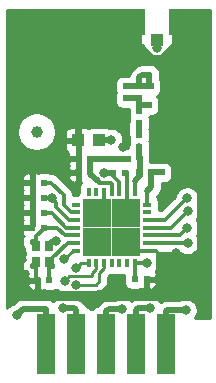
<source format=gbr>
G04 #@! TF.GenerationSoftware,KiCad,Pcbnew,5.1.0-rc1-unknown-9a8afdf~76~ubuntu18.04.1*
G04 #@! TF.CreationDate,2019-02-21T15:29:12+02:00
G04 #@! TF.ProjectId,MOD-LoRa_RevB,4d4f442d-4c6f-4526-915f-526576422e6b,rev?*
G04 #@! TF.SameCoordinates,Original*
G04 #@! TF.FileFunction,Copper,L1,Top*
G04 #@! TF.FilePolarity,Positive*
%FSLAX46Y46*%
G04 Gerber Fmt 4.6, Leading zero omitted, Abs format (unit mm)*
G04 Created by KiCad (PCBNEW 5.1.0-rc1-unknown-9a8afdf~76~ubuntu18.04.1) date 2019-02-21 15:29:12*
%MOMM*%
%LPD*%
G04 APERTURE LIST*
%ADD10C,1.000000*%
%ADD11C,1.200000*%
%ADD12R,2.400000X2.400000*%
%ADD13R,0.325000X0.750000*%
%ADD14R,0.750000X0.325000*%
%ADD15O,2.500000X1.000000*%
%ADD16O,0.800000X20.800000*%
%ADD17O,16.800000X0.800000*%
%ADD18C,0.600000*%
%ADD19R,1.050000X2.200000*%
%ADD20R,1.050000X1.050000*%
%ADD21R,1.016000X1.016000*%
%ADD22R,0.550000X0.500000*%
%ADD23C,0.550000*%
%ADD24R,0.750000X0.850000*%
%ADD25R,0.500000X0.550000*%
%ADD26R,1.524000X5.080000*%
%ADD27C,0.800000*%
%ADD28C,0.355600*%
%ADD29C,0.508000*%
%ADD30C,0.250000*%
%ADD31C,0.254000*%
G04 APERTURE END LIST*
D10*
X121690000Y-100460000D03*
D11*
X129248000Y-109779141D03*
X129248000Y-107379141D03*
X126848000Y-109779141D03*
X126848000Y-107379141D03*
D12*
X129248000Y-109779141D03*
X129248000Y-107379141D03*
X126848000Y-109779141D03*
X126848000Y-107379141D03*
D13*
X126098000Y-105579141D03*
X126748000Y-105579141D03*
X127398000Y-105579141D03*
X128048000Y-105579141D03*
X128698000Y-105579141D03*
X129348000Y-105579141D03*
X129998000Y-105579141D03*
D14*
X131048000Y-106629141D03*
X131048000Y-107279141D03*
X131048000Y-107929141D03*
X131048000Y-108579141D03*
X131048000Y-109229141D03*
X131048000Y-109879141D03*
X131048000Y-110529141D03*
D13*
X129998000Y-111579141D03*
X129348000Y-111579141D03*
X128698000Y-111579141D03*
X128048000Y-111579141D03*
X127398000Y-111579141D03*
X126748000Y-111579141D03*
X126098000Y-111579141D03*
D14*
X125048000Y-110529141D03*
X125048000Y-109879141D03*
X125048000Y-109229141D03*
X125048000Y-108579141D03*
X125048000Y-107929141D03*
X125048000Y-107279141D03*
X125048000Y-106629141D03*
D15*
X127659999Y-114409141D03*
X127659999Y-94409141D03*
D16*
X135659999Y-104409141D03*
X119659999Y-104409141D03*
D17*
X127659999Y-114409141D03*
X127659999Y-94409141D03*
D18*
X131250000Y-95620000D03*
D19*
X130385000Y-91192741D03*
X133385000Y-91192741D03*
D20*
X131885000Y-92692741D03*
D21*
X125211000Y-101180000D03*
X126989000Y-101180000D03*
D22*
X130390000Y-96609000D03*
X130390000Y-97625000D03*
D23*
X121375000Y-111804141D03*
X121375000Y-109754141D03*
X123025000Y-109754141D03*
X123025000Y-111804141D03*
D24*
X121675000Y-111454141D03*
X121675000Y-110104141D03*
X122725000Y-110104141D03*
X122725000Y-111454141D03*
D22*
X130390000Y-98692000D03*
X130390000Y-99708000D03*
D25*
X132300000Y-103900000D03*
X133316000Y-103900000D03*
X129392000Y-102750000D03*
X130408000Y-102750000D03*
X126234141Y-102759000D03*
X125218141Y-102759000D03*
X129208000Y-103930000D03*
X128192000Y-103930000D03*
X130392000Y-103900000D03*
X131408000Y-103900000D03*
X132358000Y-96600000D03*
X131342000Y-96600000D03*
D22*
X129250000Y-97628000D03*
X129250000Y-96612000D03*
D25*
X132208000Y-98200000D03*
X131192000Y-98200000D03*
D22*
X130390000Y-101748000D03*
X130390000Y-100732000D03*
D25*
X126234141Y-103902000D03*
X125218141Y-103902000D03*
X131012800Y-112943541D03*
X129996800Y-112943541D03*
X121310000Y-107330140D03*
X122326000Y-107330140D03*
X121310000Y-104790141D03*
X122326000Y-104790141D03*
X121310000Y-106060141D03*
X122326000Y-106060141D03*
X121310000Y-108579141D03*
X122326000Y-108579141D03*
X121767000Y-113029141D03*
X122783000Y-113029141D03*
D26*
X122522605Y-118420000D03*
X125062605Y-118420000D03*
X127602605Y-118420000D03*
X130142605Y-118420000D03*
X132682605Y-118420000D03*
D27*
X123368848Y-109727717D03*
X132619141Y-99182000D03*
X132619141Y-100182000D03*
X132619141Y-101182000D03*
X127348000Y-96189141D03*
X126348000Y-96189141D03*
X125348000Y-96189141D03*
X124348000Y-96189141D03*
X123348000Y-96189141D03*
X122348000Y-96189141D03*
X121348000Y-96189141D03*
X125007200Y-99683540D03*
X126007200Y-99683540D03*
X121356400Y-98086341D03*
X122356400Y-98086342D03*
X127007200Y-99683541D03*
X123356400Y-98086341D03*
X123304401Y-103393141D03*
X122304400Y-103393141D03*
X121304400Y-103393140D03*
X133502000Y-112695141D03*
X133502000Y-111695141D03*
X133502000Y-110695141D03*
X129020000Y-101750000D03*
X132480000Y-105640000D03*
X133370000Y-104750000D03*
X134580000Y-104750000D03*
X133600000Y-96200000D03*
X120140000Y-108650000D03*
X120140000Y-109920000D03*
X120140000Y-111190000D03*
X120140000Y-112460000D03*
X120140000Y-113730000D03*
X131012800Y-111584641D03*
X122961000Y-106060141D03*
X120000000Y-116000000D03*
X127440000Y-103930002D03*
X128010000Y-101180000D03*
X131880000Y-93370000D03*
X134441800Y-106110941D03*
X134479900Y-107203141D03*
X124041288Y-111255229D03*
X128905000Y-115443000D03*
X134479900Y-109870142D03*
X134302502Y-115570000D03*
X134454500Y-108587441D03*
X131318000Y-115409141D03*
X125069200Y-111957350D03*
X123888500Y-115409141D03*
X125069201Y-113409141D03*
X124077212Y-113084140D03*
D28*
X127397999Y-106829141D02*
X126848000Y-107379141D01*
X127398000Y-105579140D02*
X127397999Y-106829141D01*
X129348001Y-107279141D02*
X129248000Y-107379142D01*
X129348000Y-105579141D02*
X129348001Y-107279141D01*
X123025000Y-109754141D02*
X123342424Y-109754141D01*
X123342424Y-109754141D02*
X123368848Y-109727717D01*
X129998001Y-110529141D02*
X129248000Y-109779140D01*
X131048000Y-110529141D02*
X129998001Y-110529141D01*
X126098001Y-106629141D02*
X126848000Y-107379141D01*
X131778600Y-110529141D02*
X131939900Y-110690441D01*
X131048000Y-110529141D02*
X131778600Y-110529141D01*
X131939900Y-110690441D02*
X131939900Y-112702241D01*
X131698600Y-112943541D02*
X131012800Y-112943542D01*
X131939900Y-112702241D02*
X131698600Y-112943541D01*
X121310000Y-108579141D02*
X121309999Y-107330141D01*
X121309999Y-107330141D02*
X121310000Y-106060141D01*
X121310000Y-106060141D02*
X121310000Y-104790141D01*
X120041000Y-104790141D02*
X119660001Y-104409141D01*
X121310000Y-104790141D02*
X120041000Y-104790141D01*
D29*
X131939900Y-112702241D02*
X132422500Y-112702241D01*
X132422500Y-112702241D02*
X132435200Y-112689541D01*
D30*
X121310000Y-103398741D02*
X121304400Y-103393140D01*
X121310000Y-104790141D02*
X121310000Y-103398741D01*
X123304401Y-103393141D02*
X122304400Y-103393141D01*
X122304400Y-103393141D02*
X121304400Y-103393140D01*
X132429600Y-112695141D02*
X133502000Y-112695141D01*
X132422500Y-112702241D02*
X132429600Y-112695141D01*
D28*
X129348000Y-104070000D02*
X129208000Y-103930000D01*
X129348000Y-105579141D02*
X129348000Y-104070000D01*
D29*
X128232000Y-99700000D02*
X125610000Y-99700000D01*
X125211000Y-100099000D02*
X125211000Y-101180000D01*
X125610000Y-99700000D02*
X125211000Y-100099000D01*
X134758000Y-101967000D02*
X134758000Y-102750000D01*
X134758000Y-99135000D02*
X134758000Y-101967000D01*
X132488000Y-96840000D02*
X132488000Y-96865000D01*
X132488000Y-96865000D02*
X134758000Y-99135000D01*
X128232000Y-96874826D02*
X128232000Y-99700000D01*
X128230000Y-96872826D02*
X128232000Y-96874826D01*
X128232000Y-99700000D02*
X128232000Y-100026202D01*
X130385000Y-92800741D02*
X130380000Y-92805741D01*
X130385000Y-91192741D02*
X130385000Y-92800741D01*
X130380000Y-92805741D02*
X130380000Y-93580000D01*
X133385000Y-92800741D02*
X133380000Y-92805741D01*
X133385000Y-91192741D02*
X133385000Y-92800741D01*
X133385000Y-93128922D02*
X133385000Y-92800741D01*
X132289921Y-94224001D02*
X133385000Y-93128922D01*
X131470079Y-94224001D02*
X132289921Y-94224001D01*
X130380000Y-92805741D02*
X130380000Y-93133922D01*
X130380000Y-93133922D02*
X131470079Y-94224001D01*
X133200000Y-96600000D02*
X133600000Y-96200000D01*
X132358000Y-96600000D02*
X133200000Y-96600000D01*
X128031685Y-96872826D02*
X128230000Y-96872826D01*
X127348000Y-96189141D02*
X128031685Y-96872826D01*
X133316000Y-104696000D02*
X133370000Y-104750000D01*
X133316000Y-103900000D02*
X133316000Y-104696000D01*
D30*
X121675000Y-112937141D02*
X121767000Y-113029141D01*
X121375000Y-111804141D02*
X121375000Y-111754141D01*
D28*
X121675000Y-111454141D02*
X121675000Y-112937141D01*
X123025000Y-111415234D02*
X123025000Y-111804142D01*
X123025000Y-111171540D02*
X123025000Y-111415234D01*
X124317400Y-109879141D02*
X123025000Y-111171540D01*
X125048000Y-109879142D02*
X124317400Y-109879141D01*
X122725000Y-112971141D02*
X122783001Y-113029141D01*
X122725000Y-111454141D02*
X122725000Y-112971141D01*
X121675000Y-109674099D02*
X121675000Y-110104141D01*
X122326000Y-108672541D02*
X122326000Y-108579141D01*
X121675000Y-109323541D02*
X122326000Y-108672541D01*
X121675000Y-110104141D02*
X121675000Y-109323541D01*
X125048000Y-109229141D02*
X124074248Y-109229141D01*
X122931600Y-108579141D02*
X122326000Y-108579141D01*
X123424248Y-108579141D02*
X122931600Y-108579141D01*
X124074248Y-109229141D02*
X123424248Y-108579141D01*
X129996800Y-111580342D02*
X129998000Y-111579142D01*
X129996800Y-112943542D02*
X129996800Y-111580342D01*
X129998000Y-111579142D02*
X131007300Y-111579142D01*
X131007300Y-111579142D02*
X131012800Y-111584641D01*
X122326000Y-106060141D02*
X122961000Y-106060141D01*
X123360999Y-106841140D02*
X123360999Y-106460140D01*
X125048000Y-107929141D02*
X124449000Y-107929141D01*
X123360999Y-106460140D02*
X122961000Y-106060141D01*
X124449000Y-107929141D02*
X123360999Y-106841140D01*
D29*
X122522605Y-115443000D02*
X122522605Y-118420000D01*
X120000000Y-116000000D02*
X120557000Y-115443000D01*
X120557000Y-115443000D02*
X122522605Y-115443000D01*
X127440002Y-103930000D02*
X127440000Y-103930002D01*
X128192000Y-103930000D02*
X127440002Y-103930000D01*
D28*
X128192000Y-104206790D02*
X128192000Y-103930000D01*
X128698000Y-105579141D02*
X128698000Y-104712790D01*
X128698000Y-104712790D02*
X128192000Y-104206790D01*
D29*
X128010000Y-101180000D02*
X126989000Y-101180000D01*
D28*
X124584750Y-107279141D02*
X125048000Y-107279141D01*
X123977001Y-106671392D02*
X124584750Y-107279141D01*
X123977000Y-105835542D02*
X123977001Y-106671392D01*
X122931600Y-104790141D02*
X123977000Y-105835542D01*
X122326000Y-104790141D02*
X122931600Y-104790141D01*
X122961000Y-107330141D02*
X122931600Y-107330141D01*
X122931600Y-107330141D02*
X122326000Y-107330141D01*
X125048000Y-108579141D02*
X124210000Y-108579141D01*
X124210000Y-108579141D02*
X122961000Y-107330141D01*
X131048000Y-105512000D02*
X131048000Y-106629141D01*
D29*
X131408000Y-103900000D02*
X132300000Y-103900000D01*
X131408000Y-105152000D02*
X131048000Y-105512000D01*
X131408000Y-103900000D02*
X131408000Y-105152000D01*
X130353766Y-99744234D02*
X130353766Y-100695766D01*
X130390000Y-100708000D02*
X130353766Y-100744234D01*
X130382000Y-99700000D02*
X130390000Y-99692000D01*
X130387000Y-98628000D02*
X130390000Y-98625000D01*
X130400000Y-97599000D02*
X130390000Y-97609000D01*
X130387000Y-97612000D02*
X130390000Y-97609000D01*
X130399000Y-97600000D02*
X130390000Y-97609000D01*
X129253000Y-97609000D02*
X129250000Y-97612000D01*
X130434000Y-98200000D02*
X130390000Y-98156000D01*
X130390000Y-98156000D02*
X130390000Y-97990000D01*
X131192000Y-98200000D02*
X130434000Y-98200000D01*
X130390000Y-97625000D02*
X130390000Y-97990000D01*
X130390000Y-97990000D02*
X130390000Y-98692000D01*
X129250000Y-97628000D02*
X130387000Y-97628000D01*
D30*
X131880000Y-92697741D02*
X131885000Y-92692741D01*
X131880000Y-93370000D02*
X131880000Y-92697741D01*
D29*
X131248000Y-95622000D02*
X131250000Y-95620000D01*
X131333000Y-96609000D02*
X131342000Y-96600000D01*
X130390000Y-96609000D02*
X131333000Y-96609000D01*
X131250000Y-96508000D02*
X131342000Y-96600000D01*
X131250000Y-95620000D02*
X131250000Y-96508000D01*
X130390000Y-95851000D02*
X130390000Y-96609000D01*
X130621000Y-95620000D02*
X130390000Y-95851000D01*
X131250000Y-95620000D02*
X130621000Y-95620000D01*
X130390000Y-96609000D02*
X129253000Y-96609000D01*
X130353766Y-101695766D02*
X130390000Y-101732000D01*
D28*
X129998000Y-104612000D02*
X129998000Y-105579141D01*
D29*
X130390000Y-104220000D02*
X129998000Y-104612000D01*
X130390000Y-102732000D02*
X130408000Y-102750000D01*
X130390000Y-101748000D02*
X130390000Y-102732000D01*
X130408000Y-104202000D02*
X130390000Y-104220000D01*
X130408000Y-102750000D02*
X130408000Y-104202000D01*
D28*
X131048000Y-107929141D02*
X132602754Y-107929141D01*
X134420954Y-106110941D02*
X134441800Y-106110941D01*
X132602754Y-107929141D02*
X134420954Y-106110941D01*
X131048000Y-108579141D02*
X133103900Y-108579141D01*
X133103900Y-108579141D02*
X134479900Y-107203141D01*
D30*
X125047999Y-110529141D02*
X124767376Y-110529141D01*
X124767376Y-110529141D02*
X124041288Y-111255229D01*
D29*
X127602605Y-115665895D02*
X127602605Y-118420000D01*
X128905000Y-115443000D02*
X127825500Y-115443000D01*
X127825500Y-115443000D02*
X127602605Y-115665895D01*
D28*
X131048001Y-109879141D02*
X134470900Y-109879142D01*
X134470900Y-109879142D02*
X134479900Y-109870142D01*
D29*
X132778500Y-115570000D02*
X134302502Y-115570000D01*
X132682605Y-118420000D02*
X132682605Y-115665895D01*
X132682605Y-115665895D02*
X132778500Y-115570000D01*
D28*
X131048000Y-109229141D02*
X133812800Y-109229141D01*
X133812800Y-109229141D02*
X134454500Y-108587441D01*
D29*
X130291746Y-115409141D02*
X131318000Y-115409141D01*
X130142605Y-118420000D02*
X130142605Y-115558282D01*
X130142605Y-115558282D02*
X130291746Y-115409141D01*
D30*
X126098000Y-111579142D02*
X125447409Y-111579141D01*
X125447409Y-111579141D02*
X125069200Y-111957350D01*
D29*
X125031500Y-118388895D02*
X125062605Y-118420000D01*
X123888500Y-115409141D02*
X124870641Y-115409141D01*
X125031500Y-115570000D02*
X125031500Y-118388895D01*
X124870641Y-115409141D02*
X125031500Y-115570000D01*
D30*
X126686400Y-113409141D02*
X125069201Y-113409141D01*
X126999600Y-113095941D02*
X126686400Y-113409141D01*
X126999600Y-112429338D02*
X126999600Y-113095941D01*
X127397999Y-111579141D02*
X127397999Y-112030939D01*
X127397999Y-112030939D02*
X126999600Y-112429338D01*
X126346391Y-112682350D02*
X124479003Y-112682350D01*
X126748000Y-111579142D02*
X126748000Y-112044530D01*
X124479003Y-112682350D02*
X124077212Y-113084140D01*
X126346392Y-112446138D02*
X126346391Y-112682350D01*
X126748000Y-112044530D02*
X126346392Y-112446138D01*
D28*
X128048000Y-104848541D02*
X127967261Y-104767802D01*
X126998618Y-104767802D02*
X126895199Y-104664383D01*
X127967261Y-104767802D02*
X126998618Y-104767802D01*
X128048000Y-105579141D02*
X128048000Y-104848541D01*
D29*
X126234141Y-104003325D02*
X126895199Y-104664383D01*
X126234141Y-103902000D02*
X126234141Y-104003325D01*
X126234141Y-102759000D02*
X126234141Y-103902000D01*
X126243141Y-102750000D02*
X126234141Y-102759000D01*
X129392000Y-102750000D02*
X126243141Y-102750000D01*
D31*
G36*
X130213000Y-92960000D02*
G01*
X130215363Y-92984386D01*
X130222516Y-93008233D01*
X130234183Y-93030226D01*
X130249916Y-93049521D01*
X130269112Y-93065375D01*
X130291032Y-93077180D01*
X130314833Y-93084481D01*
X130339602Y-93086999D01*
X130721928Y-93088198D01*
X130721928Y-93217741D01*
X130734188Y-93342223D01*
X130770498Y-93461921D01*
X130829463Y-93572235D01*
X130876303Y-93629310D01*
X130884774Y-93671898D01*
X130962795Y-93860256D01*
X131076063Y-94029774D01*
X131220226Y-94173937D01*
X131389744Y-94287205D01*
X131578102Y-94365226D01*
X131778061Y-94405000D01*
X131981939Y-94405000D01*
X132181898Y-94365226D01*
X132370256Y-94287205D01*
X132539774Y-94173937D01*
X132683937Y-94029774D01*
X132797205Y-93860256D01*
X132875226Y-93671898D01*
X132880498Y-93645393D01*
X132940537Y-93572235D01*
X132999502Y-93461921D01*
X133035812Y-93342223D01*
X133048072Y-93217741D01*
X133048072Y-93095490D01*
X133529602Y-93096999D01*
X133554414Y-93094631D01*
X133578260Y-93087473D01*
X133600250Y-93075801D01*
X133619541Y-93060063D01*
X133635391Y-93040864D01*
X133647191Y-93018942D01*
X133654487Y-92995138D01*
X133656999Y-92970369D01*
X133665169Y-90160000D01*
X136340001Y-90160000D01*
X136340000Y-116193923D01*
X135133960Y-116188586D01*
X135219707Y-116060256D01*
X135297728Y-115871898D01*
X135337502Y-115671939D01*
X135337502Y-115468061D01*
X135297728Y-115268102D01*
X135219707Y-115079744D01*
X135106439Y-114910226D01*
X134962276Y-114766063D01*
X134792758Y-114652795D01*
X134604400Y-114574774D01*
X134404441Y-114535000D01*
X134200563Y-114535000D01*
X134000604Y-114574774D01*
X133812246Y-114652795D01*
X133770034Y-114681000D01*
X132822159Y-114681000D01*
X132778499Y-114676700D01*
X132734839Y-114681000D01*
X132734833Y-114681000D01*
X132604226Y-114693864D01*
X132436649Y-114744697D01*
X132282209Y-114827247D01*
X132212306Y-114884615D01*
X132121937Y-114749367D01*
X131977774Y-114605204D01*
X131808256Y-114491936D01*
X131619898Y-114413915D01*
X131419939Y-114374141D01*
X131216061Y-114374141D01*
X131016102Y-114413915D01*
X130827744Y-114491936D01*
X130785532Y-114520141D01*
X130335405Y-114520141D01*
X130291745Y-114515841D01*
X130248085Y-114520141D01*
X130248079Y-114520141D01*
X130135819Y-114531198D01*
X130117471Y-114533005D01*
X130066638Y-114548425D01*
X129949895Y-114583838D01*
X129795455Y-114666388D01*
X129683763Y-114758052D01*
X129564774Y-114639063D01*
X129395256Y-114525795D01*
X129206898Y-114447774D01*
X129006939Y-114408000D01*
X128803061Y-114408000D01*
X128603102Y-114447774D01*
X128414744Y-114525795D01*
X128372532Y-114554000D01*
X127869159Y-114554000D01*
X127825499Y-114549700D01*
X127781839Y-114554000D01*
X127781833Y-114554000D01*
X127684424Y-114563594D01*
X127651224Y-114566864D01*
X127573220Y-114590526D01*
X127483649Y-114617697D01*
X127329209Y-114700247D01*
X127193841Y-114811341D01*
X127166001Y-114845264D01*
X127004869Y-115006396D01*
X126970946Y-115034236D01*
X126859852Y-115169605D01*
X126820116Y-115243946D01*
X126716123Y-115254188D01*
X126596425Y-115290498D01*
X126486111Y-115349463D01*
X126389420Y-115428815D01*
X126332605Y-115498044D01*
X126275790Y-115428815D01*
X126179099Y-115349463D01*
X126068785Y-115290498D01*
X125949087Y-115254188D01*
X125862103Y-115245621D01*
X125856803Y-115228149D01*
X125774253Y-115073709D01*
X125663159Y-114938341D01*
X125629237Y-114910502D01*
X125530140Y-114811405D01*
X125502300Y-114777482D01*
X125366932Y-114666388D01*
X125212492Y-114583838D01*
X125044915Y-114533005D01*
X124914308Y-114520141D01*
X124914301Y-114520141D01*
X124870641Y-114515841D01*
X124826981Y-114520141D01*
X124420968Y-114520141D01*
X124378756Y-114491936D01*
X124190398Y-114413915D01*
X123990439Y-114374141D01*
X123786561Y-114374141D01*
X123586602Y-114413915D01*
X123398244Y-114491936D01*
X123228726Y-114605204D01*
X123084563Y-114749367D01*
X123082504Y-114752449D01*
X123018896Y-114700247D01*
X122864456Y-114617697D01*
X122696879Y-114566864D01*
X122566272Y-114554000D01*
X122522605Y-114549699D01*
X122478938Y-114554000D01*
X120600660Y-114554000D01*
X120557000Y-114549700D01*
X120513340Y-114554000D01*
X120513333Y-114554000D01*
X120399325Y-114565229D01*
X120382725Y-114566864D01*
X120326769Y-114583838D01*
X120215149Y-114617697D01*
X120060709Y-114700247D01*
X119925341Y-114811341D01*
X119897501Y-114845264D01*
X119747895Y-114994870D01*
X119698102Y-115004774D01*
X119509744Y-115082795D01*
X119340226Y-115196063D01*
X119196063Y-115340226D01*
X119160000Y-115394198D01*
X119160000Y-113314891D01*
X120882000Y-113314891D01*
X120882000Y-113366683D01*
X120906403Y-113489364D01*
X120954270Y-113604926D01*
X121023763Y-113708930D01*
X121112211Y-113797378D01*
X121216215Y-113866871D01*
X121331777Y-113914738D01*
X121454458Y-113939141D01*
X121483250Y-113939141D01*
X121642000Y-113780391D01*
X121642000Y-113156141D01*
X121040750Y-113156141D01*
X120882000Y-113314891D01*
X119160000Y-113314891D01*
X119160000Y-108864891D01*
X120425000Y-108864891D01*
X120425000Y-108916683D01*
X120449403Y-109039364D01*
X120497270Y-109154926D01*
X120566763Y-109258930D01*
X120593546Y-109285713D01*
X120568569Y-109323094D01*
X120499971Y-109488704D01*
X120465000Y-109664514D01*
X120465000Y-109843768D01*
X120499971Y-110019578D01*
X120568569Y-110185188D01*
X120661928Y-110324910D01*
X120661928Y-110529141D01*
X120674188Y-110653623D01*
X120710498Y-110773321D01*
X120715088Y-110781908D01*
X120689403Y-110843918D01*
X120665000Y-110966599D01*
X120665000Y-111168391D01*
X120691729Y-111195120D01*
X120639050Y-111247799D01*
X120718390Y-111327139D01*
X120665000Y-111327139D01*
X120665000Y-111370846D01*
X120567753Y-111374622D01*
X120499470Y-111540361D01*
X120464831Y-111716237D01*
X120465171Y-111895491D01*
X120500474Y-112071235D01*
X120567753Y-112233660D01*
X120758471Y-112241065D01*
X120770251Y-112229285D01*
X120806763Y-112283930D01*
X120895211Y-112372378D01*
X120949856Y-112408890D01*
X120938076Y-112420670D01*
X120940624Y-112486300D01*
X120906403Y-112568918D01*
X120882000Y-112691599D01*
X120882000Y-112743391D01*
X121040750Y-112902141D01*
X121642000Y-112902141D01*
X121642000Y-112882141D01*
X121892000Y-112882141D01*
X121892000Y-112902141D01*
X121894928Y-112902141D01*
X121894928Y-113156141D01*
X121892000Y-113156141D01*
X121892000Y-113780391D01*
X122050750Y-113939141D01*
X122079542Y-113939141D01*
X122202223Y-113914738D01*
X122273247Y-113885319D01*
X122288820Y-113893643D01*
X122408518Y-113929953D01*
X122533000Y-113942213D01*
X123033000Y-113942213D01*
X123157482Y-113929953D01*
X123277180Y-113893643D01*
X123372209Y-113842848D01*
X123417438Y-113888077D01*
X123586956Y-114001345D01*
X123775314Y-114079366D01*
X123975273Y-114119140D01*
X124179151Y-114119140D01*
X124292869Y-114096520D01*
X124409427Y-114213078D01*
X124578945Y-114326346D01*
X124767303Y-114404367D01*
X124967262Y-114444141D01*
X125171140Y-114444141D01*
X125371099Y-114404367D01*
X125559457Y-114326346D01*
X125728975Y-114213078D01*
X125772912Y-114169141D01*
X126649078Y-114169141D01*
X126686400Y-114172817D01*
X126723722Y-114169141D01*
X126723733Y-114169141D01*
X126835386Y-114158144D01*
X126978647Y-114114687D01*
X127110676Y-114044115D01*
X127226401Y-113949142D01*
X127250204Y-113920138D01*
X127510597Y-113659745D01*
X127539601Y-113635942D01*
X127634574Y-113520217D01*
X127705146Y-113388188D01*
X127748603Y-113244927D01*
X127759600Y-113133274D01*
X127759600Y-113133266D01*
X127763276Y-113095941D01*
X127759600Y-113058616D01*
X127759600Y-112744139D01*
X127908996Y-112594743D01*
X127912079Y-112592213D01*
X128210500Y-112592213D01*
X128334982Y-112579953D01*
X128373000Y-112568420D01*
X128411018Y-112579953D01*
X128535500Y-112592213D01*
X128860500Y-112592213D01*
X128984982Y-112579953D01*
X129023000Y-112568420D01*
X129061018Y-112579953D01*
X129116911Y-112585458D01*
X129108728Y-112668541D01*
X129108728Y-113218541D01*
X129120988Y-113343023D01*
X129157298Y-113462721D01*
X129216263Y-113573035D01*
X129295615Y-113669726D01*
X129392306Y-113749078D01*
X129502620Y-113808043D01*
X129622318Y-113844353D01*
X129746800Y-113856613D01*
X130246800Y-113856613D01*
X130371282Y-113844353D01*
X130490980Y-113808043D01*
X130506553Y-113799719D01*
X130577577Y-113829138D01*
X130700258Y-113853541D01*
X130729050Y-113853541D01*
X130887800Y-113694791D01*
X130887800Y-113070541D01*
X131137800Y-113070541D01*
X131137800Y-113694791D01*
X131296550Y-113853541D01*
X131325342Y-113853541D01*
X131448023Y-113829138D01*
X131563585Y-113781271D01*
X131667589Y-113711778D01*
X131756037Y-113623330D01*
X131825530Y-113519326D01*
X131873397Y-113403764D01*
X131897800Y-113281083D01*
X131897800Y-113229291D01*
X131739050Y-113070541D01*
X131137800Y-113070541D01*
X130887800Y-113070541D01*
X130884872Y-113070541D01*
X130884872Y-112816541D01*
X130887800Y-112816541D01*
X130887800Y-112796541D01*
X131137800Y-112796541D01*
X131137800Y-112816541D01*
X131739050Y-112816541D01*
X131897800Y-112657791D01*
X131897800Y-112605999D01*
X131873397Y-112483318D01*
X131825530Y-112367756D01*
X131772605Y-112288547D01*
X131816737Y-112244415D01*
X131930005Y-112074897D01*
X132008026Y-111886539D01*
X132047800Y-111686580D01*
X132047800Y-111482702D01*
X132008026Y-111282743D01*
X131930005Y-111094385D01*
X131923804Y-111085105D01*
X131985730Y-110992426D01*
X132033597Y-110876864D01*
X132055518Y-110766659D01*
X132058000Y-110769141D01*
X132058000Y-110754183D01*
X132055518Y-110766659D01*
X131980800Y-110691941D01*
X133846859Y-110691942D01*
X133989644Y-110787347D01*
X134178002Y-110865368D01*
X134377961Y-110905142D01*
X134581839Y-110905142D01*
X134781798Y-110865368D01*
X134970156Y-110787347D01*
X135139674Y-110674079D01*
X135283837Y-110529916D01*
X135397105Y-110360398D01*
X135475126Y-110172040D01*
X135514900Y-109972081D01*
X135514900Y-109768203D01*
X135475126Y-109568244D01*
X135397105Y-109379886D01*
X135283837Y-109210368D01*
X135283370Y-109209901D01*
X135371705Y-109077697D01*
X135449726Y-108889339D01*
X135489500Y-108689380D01*
X135489500Y-108485502D01*
X135449726Y-108285543D01*
X135371705Y-108097185D01*
X135258437Y-107927667D01*
X135238761Y-107907991D01*
X135283837Y-107862915D01*
X135397105Y-107693397D01*
X135475126Y-107505039D01*
X135514900Y-107305080D01*
X135514900Y-107101202D01*
X135475126Y-106901243D01*
X135397105Y-106712885D01*
X135340741Y-106628531D01*
X135359005Y-106601197D01*
X135437026Y-106412839D01*
X135476800Y-106212880D01*
X135476800Y-106009002D01*
X135437026Y-105809043D01*
X135359005Y-105620685D01*
X135245737Y-105451167D01*
X135101574Y-105307004D01*
X134932056Y-105193736D01*
X134743698Y-105115715D01*
X134543739Y-105075941D01*
X134339861Y-105075941D01*
X134139902Y-105115715D01*
X133951544Y-105193736D01*
X133782026Y-105307004D01*
X133637863Y-105451167D01*
X133524595Y-105620685D01*
X133446574Y-105809043D01*
X133415088Y-105967334D01*
X132266082Y-107116341D01*
X132061042Y-107116341D01*
X132048812Y-106992159D01*
X132037279Y-106954141D01*
X132048812Y-106916123D01*
X132061072Y-106791641D01*
X132061072Y-106466641D01*
X132048812Y-106342159D01*
X132012502Y-106222461D01*
X131953537Y-106112147D01*
X131874185Y-106015456D01*
X131860800Y-106004471D01*
X131860800Y-105956435D01*
X132005736Y-105811499D01*
X132039659Y-105783659D01*
X132150753Y-105648291D01*
X132233303Y-105493851D01*
X132275004Y-105356379D01*
X132284136Y-105326275D01*
X132291195Y-105254604D01*
X132297000Y-105195667D01*
X132297000Y-105195660D01*
X132301300Y-105152000D01*
X132297000Y-105108340D01*
X132297000Y-104813072D01*
X132550000Y-104813072D01*
X132674482Y-104800812D01*
X132794180Y-104764502D01*
X132904494Y-104705537D01*
X133001185Y-104626185D01*
X133080537Y-104529494D01*
X133139502Y-104419180D01*
X133175812Y-104299482D01*
X133188072Y-104175000D01*
X133188072Y-103953089D01*
X133193301Y-103900000D01*
X133188072Y-103846911D01*
X133188072Y-103625000D01*
X133175812Y-103500518D01*
X133139502Y-103380820D01*
X133080537Y-103270506D01*
X133001185Y-103173815D01*
X132904494Y-103094463D01*
X132794180Y-103035498D01*
X132674482Y-102999188D01*
X132550000Y-102986928D01*
X132050000Y-102986928D01*
X131925518Y-102999188D01*
X131886579Y-103011000D01*
X131821421Y-103011000D01*
X131782482Y-102999188D01*
X131658000Y-102986928D01*
X131297000Y-102986928D01*
X131297000Y-102793660D01*
X131301300Y-102750000D01*
X131297000Y-102706340D01*
X131297000Y-102706333D01*
X131296072Y-102696911D01*
X131296072Y-102475000D01*
X131283812Y-102350518D01*
X131279000Y-102334655D01*
X131279000Y-102161421D01*
X131290812Y-102122482D01*
X131303072Y-101998000D01*
X131303072Y-101498000D01*
X131290812Y-101373518D01*
X131254502Y-101253820D01*
X131247115Y-101240000D01*
X131254502Y-101226180D01*
X131290812Y-101106482D01*
X131303072Y-100982000D01*
X131303072Y-100482000D01*
X131290812Y-100357518D01*
X131254502Y-100237820D01*
X131244977Y-100220000D01*
X131254502Y-100202180D01*
X131290812Y-100082482D01*
X131303072Y-99958000D01*
X131303072Y-99458000D01*
X131290812Y-99333518D01*
X131254502Y-99213820D01*
X131247115Y-99200000D01*
X131254502Y-99186180D01*
X131276679Y-99113072D01*
X131442000Y-99113072D01*
X131566482Y-99100812D01*
X131686180Y-99064502D01*
X131796494Y-99005537D01*
X131893185Y-98926185D01*
X131972537Y-98829494D01*
X132031502Y-98719180D01*
X132067812Y-98599482D01*
X132080072Y-98475000D01*
X132080072Y-98253089D01*
X132085301Y-98200000D01*
X132080072Y-98146911D01*
X132080072Y-97925000D01*
X132067812Y-97800518D01*
X132031502Y-97680820D01*
X131972537Y-97570506D01*
X131893185Y-97473815D01*
X131863829Y-97449723D01*
X131946494Y-97405537D01*
X132043185Y-97326185D01*
X132122537Y-97229494D01*
X132181502Y-97119180D01*
X132217812Y-96999482D01*
X132230072Y-96875000D01*
X132230072Y-96653083D01*
X132235300Y-96600000D01*
X132230072Y-96546918D01*
X132230072Y-96325000D01*
X132217812Y-96200518D01*
X132181502Y-96080820D01*
X132139000Y-96001306D01*
X132139000Y-95917036D01*
X132149068Y-95892729D01*
X132185000Y-95712089D01*
X132185000Y-95527911D01*
X132149068Y-95347271D01*
X132078586Y-95177111D01*
X131976262Y-95023972D01*
X131846028Y-94893738D01*
X131692889Y-94791414D01*
X131522729Y-94720932D01*
X131342089Y-94685000D01*
X131157911Y-94685000D01*
X130977271Y-94720932D01*
X130952964Y-94731000D01*
X130664659Y-94731000D01*
X130620999Y-94726700D01*
X130577339Y-94731000D01*
X130577333Y-94731000D01*
X130479924Y-94740594D01*
X130446724Y-94743864D01*
X130368720Y-94767526D01*
X130279149Y-94794697D01*
X130124709Y-94877247D01*
X129989341Y-94988341D01*
X129961498Y-95022268D01*
X129792265Y-95191500D01*
X129758341Y-95219341D01*
X129647247Y-95354710D01*
X129564697Y-95509150D01*
X129513864Y-95676727D01*
X129509602Y-95720000D01*
X129209333Y-95720000D01*
X129169452Y-95723928D01*
X128975000Y-95723928D01*
X128850518Y-95736188D01*
X128730820Y-95772498D01*
X128620506Y-95831463D01*
X128523815Y-95910815D01*
X128444463Y-96007506D01*
X128385498Y-96117820D01*
X128349188Y-96237518D01*
X128336928Y-96362000D01*
X128336928Y-96862000D01*
X128349188Y-96986482D01*
X128385498Y-97106180D01*
X128392885Y-97120000D01*
X128385498Y-97133820D01*
X128349188Y-97253518D01*
X128336928Y-97378000D01*
X128336928Y-97878000D01*
X128349188Y-98002482D01*
X128385498Y-98122180D01*
X128444463Y-98232494D01*
X128523815Y-98329185D01*
X128620506Y-98408537D01*
X128730820Y-98467502D01*
X128850518Y-98503812D01*
X128975000Y-98516072D01*
X129196911Y-98516072D01*
X129206333Y-98517000D01*
X129476928Y-98517000D01*
X129476928Y-98942000D01*
X129489188Y-99066482D01*
X129525498Y-99186180D01*
X129532885Y-99200000D01*
X129525498Y-99213820D01*
X129489188Y-99333518D01*
X129476928Y-99458000D01*
X129476928Y-99577088D01*
X129464766Y-99700568D01*
X129464767Y-100700564D01*
X129460466Y-100744234D01*
X129476928Y-100911380D01*
X129476928Y-100982000D01*
X129489188Y-101106482D01*
X129525498Y-101226180D01*
X129532885Y-101240000D01*
X129525498Y-101253820D01*
X129489188Y-101373518D01*
X129476928Y-101498000D01*
X129476928Y-101528620D01*
X129460466Y-101695766D01*
X129474369Y-101836928D01*
X129142000Y-101836928D01*
X129017518Y-101849188D01*
X128978579Y-101861000D01*
X128792711Y-101861000D01*
X128813937Y-101839774D01*
X128927205Y-101670256D01*
X129005226Y-101481898D01*
X129045000Y-101281939D01*
X129045000Y-101078061D01*
X129005226Y-100878102D01*
X128927205Y-100689744D01*
X128813937Y-100520226D01*
X128669774Y-100376063D01*
X128500256Y-100262795D01*
X128311898Y-100184774D01*
X128111939Y-100145000D01*
X127908061Y-100145000D01*
X127865999Y-100153367D01*
X127851494Y-100141463D01*
X127741180Y-100082498D01*
X127621482Y-100046188D01*
X127497000Y-100033928D01*
X126481000Y-100033928D01*
X126356518Y-100046188D01*
X126236820Y-100082498D01*
X126126506Y-100141463D01*
X126100234Y-100163024D01*
X126019785Y-100109270D01*
X125904223Y-100061403D01*
X125781542Y-100037000D01*
X125496750Y-100037000D01*
X125338000Y-100195750D01*
X125338000Y-101053000D01*
X125358000Y-101053000D01*
X125358000Y-101307000D01*
X125338000Y-101307000D01*
X125338000Y-102164250D01*
X125343141Y-102169391D01*
X125343141Y-102632000D01*
X125346069Y-102632000D01*
X125346069Y-102705912D01*
X125345141Y-102715334D01*
X125345141Y-102715340D01*
X125340841Y-102759000D01*
X125345141Y-102802661D01*
X125345141Y-102886000D01*
X125343141Y-102886000D01*
X125343141Y-103775000D01*
X125345142Y-103775000D01*
X125345142Y-103858325D01*
X125345141Y-103858334D01*
X125345141Y-103959665D01*
X125340841Y-104003325D01*
X125343370Y-104029000D01*
X125343141Y-104029000D01*
X125343141Y-104653250D01*
X125465623Y-104775732D01*
X125404963Y-104849647D01*
X125345998Y-104959961D01*
X125309688Y-105079659D01*
X125297428Y-105204141D01*
X125297428Y-105649677D01*
X125243211Y-105685904D01*
X125154763Y-105774352D01*
X125118536Y-105828569D01*
X124793045Y-105828569D01*
X124778039Y-105676206D01*
X124731562Y-105522992D01*
X124656088Y-105381790D01*
X124579966Y-105289036D01*
X124554516Y-105258025D01*
X124523505Y-105232575D01*
X123534576Y-104243646D01*
X123509117Y-104212624D01*
X123478808Y-104187750D01*
X124333141Y-104187750D01*
X124333141Y-104239542D01*
X124357544Y-104362223D01*
X124405411Y-104477785D01*
X124474904Y-104581789D01*
X124563352Y-104670237D01*
X124667356Y-104739730D01*
X124782918Y-104787597D01*
X124905599Y-104812000D01*
X124934391Y-104812000D01*
X125093141Y-104653250D01*
X125093141Y-104029000D01*
X124491891Y-104029000D01*
X124333141Y-104187750D01*
X123478808Y-104187750D01*
X123385352Y-104111053D01*
X123244150Y-104035579D01*
X123090937Y-103989102D01*
X122971523Y-103977341D01*
X122971520Y-103977341D01*
X122931600Y-103973409D01*
X122912981Y-103975243D01*
X122820180Y-103925639D01*
X122700482Y-103889329D01*
X122576000Y-103877069D01*
X122076000Y-103877069D01*
X121951518Y-103889329D01*
X121831820Y-103925639D01*
X121816247Y-103933963D01*
X121745223Y-103904544D01*
X121622542Y-103880141D01*
X121593750Y-103880141D01*
X121435000Y-104038891D01*
X121435000Y-104663141D01*
X121437928Y-104663141D01*
X121437928Y-104917141D01*
X121435000Y-104917141D01*
X121435000Y-105933141D01*
X121437928Y-105933141D01*
X121437928Y-106187141D01*
X121435000Y-106187141D01*
X121435000Y-107203140D01*
X121437928Y-107203140D01*
X121437928Y-107457140D01*
X121435000Y-107457140D01*
X121435000Y-108414068D01*
X121142928Y-108706141D01*
X120583750Y-108706141D01*
X120425000Y-108864891D01*
X119160000Y-108864891D01*
X119160000Y-107615890D01*
X120425000Y-107615890D01*
X120425000Y-107667682D01*
X120449403Y-107790363D01*
X120497270Y-107905925D01*
X120529821Y-107954641D01*
X120497270Y-108003356D01*
X120449403Y-108118918D01*
X120425000Y-108241599D01*
X120425000Y-108293391D01*
X120583750Y-108452141D01*
X121185000Y-108452141D01*
X121185000Y-107457140D01*
X120583750Y-107457140D01*
X120425000Y-107615890D01*
X119160000Y-107615890D01*
X119160000Y-106345891D01*
X120425000Y-106345891D01*
X120425000Y-106397683D01*
X120449403Y-106520364D01*
X120497270Y-106635926D01*
X120536836Y-106695141D01*
X120497270Y-106754355D01*
X120449403Y-106869917D01*
X120425000Y-106992598D01*
X120425000Y-107044390D01*
X120583750Y-107203140D01*
X121185000Y-107203140D01*
X121185000Y-106187141D01*
X120583750Y-106187141D01*
X120425000Y-106345891D01*
X119160000Y-106345891D01*
X119160000Y-105075891D01*
X120425000Y-105075891D01*
X120425000Y-105127683D01*
X120449403Y-105250364D01*
X120497270Y-105365926D01*
X120536836Y-105425141D01*
X120497270Y-105484356D01*
X120449403Y-105599918D01*
X120425000Y-105722599D01*
X120425000Y-105774391D01*
X120583750Y-105933141D01*
X121185000Y-105933141D01*
X121185000Y-104917141D01*
X120583750Y-104917141D01*
X120425000Y-105075891D01*
X119160000Y-105075891D01*
X119160000Y-104452599D01*
X120425000Y-104452599D01*
X120425000Y-104504391D01*
X120583750Y-104663141D01*
X121185000Y-104663141D01*
X121185000Y-104038891D01*
X121026250Y-103880141D01*
X120997458Y-103880141D01*
X120874777Y-103904544D01*
X120759215Y-103952411D01*
X120655211Y-104021904D01*
X120566763Y-104110352D01*
X120497270Y-104214356D01*
X120449403Y-104329918D01*
X120425000Y-104452599D01*
X119160000Y-104452599D01*
X119160000Y-103044750D01*
X124333141Y-103044750D01*
X124333141Y-103096542D01*
X124357544Y-103219223D01*
X124403636Y-103330500D01*
X124357544Y-103441777D01*
X124333141Y-103564458D01*
X124333141Y-103616250D01*
X124491891Y-103775000D01*
X125093141Y-103775000D01*
X125093141Y-102886000D01*
X124491891Y-102886000D01*
X124333141Y-103044750D01*
X119160000Y-103044750D01*
X119160000Y-100298179D01*
X120047000Y-100298179D01*
X120047000Y-100621821D01*
X120110139Y-100939245D01*
X120233992Y-101238252D01*
X120413798Y-101507352D01*
X120642648Y-101736202D01*
X120911748Y-101916008D01*
X121210755Y-102039861D01*
X121528179Y-102103000D01*
X121851821Y-102103000D01*
X122169245Y-102039861D01*
X122468252Y-101916008D01*
X122737352Y-101736202D01*
X122966202Y-101507352D01*
X122993999Y-101465750D01*
X124068000Y-101465750D01*
X124068000Y-101750542D01*
X124092403Y-101873223D01*
X124140270Y-101988785D01*
X124209763Y-102092789D01*
X124298211Y-102181237D01*
X124382815Y-102237767D01*
X124357544Y-102298777D01*
X124333141Y-102421458D01*
X124333141Y-102473250D01*
X124491891Y-102632000D01*
X125093141Y-102632000D01*
X125093141Y-102007750D01*
X125084000Y-101998609D01*
X125084000Y-101307000D01*
X124226750Y-101307000D01*
X124068000Y-101465750D01*
X122993999Y-101465750D01*
X123146008Y-101238252D01*
X123269861Y-100939245D01*
X123333000Y-100621821D01*
X123333000Y-100609458D01*
X124068000Y-100609458D01*
X124068000Y-100894250D01*
X124226750Y-101053000D01*
X125084000Y-101053000D01*
X125084000Y-100195750D01*
X124925250Y-100037000D01*
X124640458Y-100037000D01*
X124517777Y-100061403D01*
X124402215Y-100109270D01*
X124298211Y-100178763D01*
X124209763Y-100267211D01*
X124140270Y-100371215D01*
X124092403Y-100486777D01*
X124068000Y-100609458D01*
X123333000Y-100609458D01*
X123333000Y-100298179D01*
X123269861Y-99980755D01*
X123146008Y-99681748D01*
X122966202Y-99412648D01*
X122737352Y-99183798D01*
X122468252Y-99003992D01*
X122169245Y-98880139D01*
X121851821Y-98817000D01*
X121528179Y-98817000D01*
X121210755Y-98880139D01*
X120911748Y-99003992D01*
X120642648Y-99183798D01*
X120413798Y-99412648D01*
X120233992Y-99681748D01*
X120110139Y-99980755D01*
X120047000Y-100298179D01*
X119160000Y-100298179D01*
X119160000Y-90160000D01*
X130213000Y-90160000D01*
X130213000Y-92960000D01*
X130213000Y-92960000D01*
G37*
X130213000Y-92960000D02*
X130215363Y-92984386D01*
X130222516Y-93008233D01*
X130234183Y-93030226D01*
X130249916Y-93049521D01*
X130269112Y-93065375D01*
X130291032Y-93077180D01*
X130314833Y-93084481D01*
X130339602Y-93086999D01*
X130721928Y-93088198D01*
X130721928Y-93217741D01*
X130734188Y-93342223D01*
X130770498Y-93461921D01*
X130829463Y-93572235D01*
X130876303Y-93629310D01*
X130884774Y-93671898D01*
X130962795Y-93860256D01*
X131076063Y-94029774D01*
X131220226Y-94173937D01*
X131389744Y-94287205D01*
X131578102Y-94365226D01*
X131778061Y-94405000D01*
X131981939Y-94405000D01*
X132181898Y-94365226D01*
X132370256Y-94287205D01*
X132539774Y-94173937D01*
X132683937Y-94029774D01*
X132797205Y-93860256D01*
X132875226Y-93671898D01*
X132880498Y-93645393D01*
X132940537Y-93572235D01*
X132999502Y-93461921D01*
X133035812Y-93342223D01*
X133048072Y-93217741D01*
X133048072Y-93095490D01*
X133529602Y-93096999D01*
X133554414Y-93094631D01*
X133578260Y-93087473D01*
X133600250Y-93075801D01*
X133619541Y-93060063D01*
X133635391Y-93040864D01*
X133647191Y-93018942D01*
X133654487Y-92995138D01*
X133656999Y-92970369D01*
X133665169Y-90160000D01*
X136340001Y-90160000D01*
X136340000Y-116193923D01*
X135133960Y-116188586D01*
X135219707Y-116060256D01*
X135297728Y-115871898D01*
X135337502Y-115671939D01*
X135337502Y-115468061D01*
X135297728Y-115268102D01*
X135219707Y-115079744D01*
X135106439Y-114910226D01*
X134962276Y-114766063D01*
X134792758Y-114652795D01*
X134604400Y-114574774D01*
X134404441Y-114535000D01*
X134200563Y-114535000D01*
X134000604Y-114574774D01*
X133812246Y-114652795D01*
X133770034Y-114681000D01*
X132822159Y-114681000D01*
X132778499Y-114676700D01*
X132734839Y-114681000D01*
X132734833Y-114681000D01*
X132604226Y-114693864D01*
X132436649Y-114744697D01*
X132282209Y-114827247D01*
X132212306Y-114884615D01*
X132121937Y-114749367D01*
X131977774Y-114605204D01*
X131808256Y-114491936D01*
X131619898Y-114413915D01*
X131419939Y-114374141D01*
X131216061Y-114374141D01*
X131016102Y-114413915D01*
X130827744Y-114491936D01*
X130785532Y-114520141D01*
X130335405Y-114520141D01*
X130291745Y-114515841D01*
X130248085Y-114520141D01*
X130248079Y-114520141D01*
X130135819Y-114531198D01*
X130117471Y-114533005D01*
X130066638Y-114548425D01*
X129949895Y-114583838D01*
X129795455Y-114666388D01*
X129683763Y-114758052D01*
X129564774Y-114639063D01*
X129395256Y-114525795D01*
X129206898Y-114447774D01*
X129006939Y-114408000D01*
X128803061Y-114408000D01*
X128603102Y-114447774D01*
X128414744Y-114525795D01*
X128372532Y-114554000D01*
X127869159Y-114554000D01*
X127825499Y-114549700D01*
X127781839Y-114554000D01*
X127781833Y-114554000D01*
X127684424Y-114563594D01*
X127651224Y-114566864D01*
X127573220Y-114590526D01*
X127483649Y-114617697D01*
X127329209Y-114700247D01*
X127193841Y-114811341D01*
X127166001Y-114845264D01*
X127004869Y-115006396D01*
X126970946Y-115034236D01*
X126859852Y-115169605D01*
X126820116Y-115243946D01*
X126716123Y-115254188D01*
X126596425Y-115290498D01*
X126486111Y-115349463D01*
X126389420Y-115428815D01*
X126332605Y-115498044D01*
X126275790Y-115428815D01*
X126179099Y-115349463D01*
X126068785Y-115290498D01*
X125949087Y-115254188D01*
X125862103Y-115245621D01*
X125856803Y-115228149D01*
X125774253Y-115073709D01*
X125663159Y-114938341D01*
X125629237Y-114910502D01*
X125530140Y-114811405D01*
X125502300Y-114777482D01*
X125366932Y-114666388D01*
X125212492Y-114583838D01*
X125044915Y-114533005D01*
X124914308Y-114520141D01*
X124914301Y-114520141D01*
X124870641Y-114515841D01*
X124826981Y-114520141D01*
X124420968Y-114520141D01*
X124378756Y-114491936D01*
X124190398Y-114413915D01*
X123990439Y-114374141D01*
X123786561Y-114374141D01*
X123586602Y-114413915D01*
X123398244Y-114491936D01*
X123228726Y-114605204D01*
X123084563Y-114749367D01*
X123082504Y-114752449D01*
X123018896Y-114700247D01*
X122864456Y-114617697D01*
X122696879Y-114566864D01*
X122566272Y-114554000D01*
X122522605Y-114549699D01*
X122478938Y-114554000D01*
X120600660Y-114554000D01*
X120557000Y-114549700D01*
X120513340Y-114554000D01*
X120513333Y-114554000D01*
X120399325Y-114565229D01*
X120382725Y-114566864D01*
X120326769Y-114583838D01*
X120215149Y-114617697D01*
X120060709Y-114700247D01*
X119925341Y-114811341D01*
X119897501Y-114845264D01*
X119747895Y-114994870D01*
X119698102Y-115004774D01*
X119509744Y-115082795D01*
X119340226Y-115196063D01*
X119196063Y-115340226D01*
X119160000Y-115394198D01*
X119160000Y-113314891D01*
X120882000Y-113314891D01*
X120882000Y-113366683D01*
X120906403Y-113489364D01*
X120954270Y-113604926D01*
X121023763Y-113708930D01*
X121112211Y-113797378D01*
X121216215Y-113866871D01*
X121331777Y-113914738D01*
X121454458Y-113939141D01*
X121483250Y-113939141D01*
X121642000Y-113780391D01*
X121642000Y-113156141D01*
X121040750Y-113156141D01*
X120882000Y-113314891D01*
X119160000Y-113314891D01*
X119160000Y-108864891D01*
X120425000Y-108864891D01*
X120425000Y-108916683D01*
X120449403Y-109039364D01*
X120497270Y-109154926D01*
X120566763Y-109258930D01*
X120593546Y-109285713D01*
X120568569Y-109323094D01*
X120499971Y-109488704D01*
X120465000Y-109664514D01*
X120465000Y-109843768D01*
X120499971Y-110019578D01*
X120568569Y-110185188D01*
X120661928Y-110324910D01*
X120661928Y-110529141D01*
X120674188Y-110653623D01*
X120710498Y-110773321D01*
X120715088Y-110781908D01*
X120689403Y-110843918D01*
X120665000Y-110966599D01*
X120665000Y-111168391D01*
X120691729Y-111195120D01*
X120639050Y-111247799D01*
X120718390Y-111327139D01*
X120665000Y-111327139D01*
X120665000Y-111370846D01*
X120567753Y-111374622D01*
X120499470Y-111540361D01*
X120464831Y-111716237D01*
X120465171Y-111895491D01*
X120500474Y-112071235D01*
X120567753Y-112233660D01*
X120758471Y-112241065D01*
X120770251Y-112229285D01*
X120806763Y-112283930D01*
X120895211Y-112372378D01*
X120949856Y-112408890D01*
X120938076Y-112420670D01*
X120940624Y-112486300D01*
X120906403Y-112568918D01*
X120882000Y-112691599D01*
X120882000Y-112743391D01*
X121040750Y-112902141D01*
X121642000Y-112902141D01*
X121642000Y-112882141D01*
X121892000Y-112882141D01*
X121892000Y-112902141D01*
X121894928Y-112902141D01*
X121894928Y-113156141D01*
X121892000Y-113156141D01*
X121892000Y-113780391D01*
X122050750Y-113939141D01*
X122079542Y-113939141D01*
X122202223Y-113914738D01*
X122273247Y-113885319D01*
X122288820Y-113893643D01*
X122408518Y-113929953D01*
X122533000Y-113942213D01*
X123033000Y-113942213D01*
X123157482Y-113929953D01*
X123277180Y-113893643D01*
X123372209Y-113842848D01*
X123417438Y-113888077D01*
X123586956Y-114001345D01*
X123775314Y-114079366D01*
X123975273Y-114119140D01*
X124179151Y-114119140D01*
X124292869Y-114096520D01*
X124409427Y-114213078D01*
X124578945Y-114326346D01*
X124767303Y-114404367D01*
X124967262Y-114444141D01*
X125171140Y-114444141D01*
X125371099Y-114404367D01*
X125559457Y-114326346D01*
X125728975Y-114213078D01*
X125772912Y-114169141D01*
X126649078Y-114169141D01*
X126686400Y-114172817D01*
X126723722Y-114169141D01*
X126723733Y-114169141D01*
X126835386Y-114158144D01*
X126978647Y-114114687D01*
X127110676Y-114044115D01*
X127226401Y-113949142D01*
X127250204Y-113920138D01*
X127510597Y-113659745D01*
X127539601Y-113635942D01*
X127634574Y-113520217D01*
X127705146Y-113388188D01*
X127748603Y-113244927D01*
X127759600Y-113133274D01*
X127759600Y-113133266D01*
X127763276Y-113095941D01*
X127759600Y-113058616D01*
X127759600Y-112744139D01*
X127908996Y-112594743D01*
X127912079Y-112592213D01*
X128210500Y-112592213D01*
X128334982Y-112579953D01*
X128373000Y-112568420D01*
X128411018Y-112579953D01*
X128535500Y-112592213D01*
X128860500Y-112592213D01*
X128984982Y-112579953D01*
X129023000Y-112568420D01*
X129061018Y-112579953D01*
X129116911Y-112585458D01*
X129108728Y-112668541D01*
X129108728Y-113218541D01*
X129120988Y-113343023D01*
X129157298Y-113462721D01*
X129216263Y-113573035D01*
X129295615Y-113669726D01*
X129392306Y-113749078D01*
X129502620Y-113808043D01*
X129622318Y-113844353D01*
X129746800Y-113856613D01*
X130246800Y-113856613D01*
X130371282Y-113844353D01*
X130490980Y-113808043D01*
X130506553Y-113799719D01*
X130577577Y-113829138D01*
X130700258Y-113853541D01*
X130729050Y-113853541D01*
X130887800Y-113694791D01*
X130887800Y-113070541D01*
X131137800Y-113070541D01*
X131137800Y-113694791D01*
X131296550Y-113853541D01*
X131325342Y-113853541D01*
X131448023Y-113829138D01*
X131563585Y-113781271D01*
X131667589Y-113711778D01*
X131756037Y-113623330D01*
X131825530Y-113519326D01*
X131873397Y-113403764D01*
X131897800Y-113281083D01*
X131897800Y-113229291D01*
X131739050Y-113070541D01*
X131137800Y-113070541D01*
X130887800Y-113070541D01*
X130884872Y-113070541D01*
X130884872Y-112816541D01*
X130887800Y-112816541D01*
X130887800Y-112796541D01*
X131137800Y-112796541D01*
X131137800Y-112816541D01*
X131739050Y-112816541D01*
X131897800Y-112657791D01*
X131897800Y-112605999D01*
X131873397Y-112483318D01*
X131825530Y-112367756D01*
X131772605Y-112288547D01*
X131816737Y-112244415D01*
X131930005Y-112074897D01*
X132008026Y-111886539D01*
X132047800Y-111686580D01*
X132047800Y-111482702D01*
X132008026Y-111282743D01*
X131930005Y-111094385D01*
X131923804Y-111085105D01*
X131985730Y-110992426D01*
X132033597Y-110876864D01*
X132055518Y-110766659D01*
X132058000Y-110769141D01*
X132058000Y-110754183D01*
X132055518Y-110766659D01*
X131980800Y-110691941D01*
X133846859Y-110691942D01*
X133989644Y-110787347D01*
X134178002Y-110865368D01*
X134377961Y-110905142D01*
X134581839Y-110905142D01*
X134781798Y-110865368D01*
X134970156Y-110787347D01*
X135139674Y-110674079D01*
X135283837Y-110529916D01*
X135397105Y-110360398D01*
X135475126Y-110172040D01*
X135514900Y-109972081D01*
X135514900Y-109768203D01*
X135475126Y-109568244D01*
X135397105Y-109379886D01*
X135283837Y-109210368D01*
X135283370Y-109209901D01*
X135371705Y-109077697D01*
X135449726Y-108889339D01*
X135489500Y-108689380D01*
X135489500Y-108485502D01*
X135449726Y-108285543D01*
X135371705Y-108097185D01*
X135258437Y-107927667D01*
X135238761Y-107907991D01*
X135283837Y-107862915D01*
X135397105Y-107693397D01*
X135475126Y-107505039D01*
X135514900Y-107305080D01*
X135514900Y-107101202D01*
X135475126Y-106901243D01*
X135397105Y-106712885D01*
X135340741Y-106628531D01*
X135359005Y-106601197D01*
X135437026Y-106412839D01*
X135476800Y-106212880D01*
X135476800Y-106009002D01*
X135437026Y-105809043D01*
X135359005Y-105620685D01*
X135245737Y-105451167D01*
X135101574Y-105307004D01*
X134932056Y-105193736D01*
X134743698Y-105115715D01*
X134543739Y-105075941D01*
X134339861Y-105075941D01*
X134139902Y-105115715D01*
X133951544Y-105193736D01*
X133782026Y-105307004D01*
X133637863Y-105451167D01*
X133524595Y-105620685D01*
X133446574Y-105809043D01*
X133415088Y-105967334D01*
X132266082Y-107116341D01*
X132061042Y-107116341D01*
X132048812Y-106992159D01*
X132037279Y-106954141D01*
X132048812Y-106916123D01*
X132061072Y-106791641D01*
X132061072Y-106466641D01*
X132048812Y-106342159D01*
X132012502Y-106222461D01*
X131953537Y-106112147D01*
X131874185Y-106015456D01*
X131860800Y-106004471D01*
X131860800Y-105956435D01*
X132005736Y-105811499D01*
X132039659Y-105783659D01*
X132150753Y-105648291D01*
X132233303Y-105493851D01*
X132275004Y-105356379D01*
X132284136Y-105326275D01*
X132291195Y-105254604D01*
X132297000Y-105195667D01*
X132297000Y-105195660D01*
X132301300Y-105152000D01*
X132297000Y-105108340D01*
X132297000Y-104813072D01*
X132550000Y-104813072D01*
X132674482Y-104800812D01*
X132794180Y-104764502D01*
X132904494Y-104705537D01*
X133001185Y-104626185D01*
X133080537Y-104529494D01*
X133139502Y-104419180D01*
X133175812Y-104299482D01*
X133188072Y-104175000D01*
X133188072Y-103953089D01*
X133193301Y-103900000D01*
X133188072Y-103846911D01*
X133188072Y-103625000D01*
X133175812Y-103500518D01*
X133139502Y-103380820D01*
X133080537Y-103270506D01*
X133001185Y-103173815D01*
X132904494Y-103094463D01*
X132794180Y-103035498D01*
X132674482Y-102999188D01*
X132550000Y-102986928D01*
X132050000Y-102986928D01*
X131925518Y-102999188D01*
X131886579Y-103011000D01*
X131821421Y-103011000D01*
X131782482Y-102999188D01*
X131658000Y-102986928D01*
X131297000Y-102986928D01*
X131297000Y-102793660D01*
X131301300Y-102750000D01*
X131297000Y-102706340D01*
X131297000Y-102706333D01*
X131296072Y-102696911D01*
X131296072Y-102475000D01*
X131283812Y-102350518D01*
X131279000Y-102334655D01*
X131279000Y-102161421D01*
X131290812Y-102122482D01*
X131303072Y-101998000D01*
X131303072Y-101498000D01*
X131290812Y-101373518D01*
X131254502Y-101253820D01*
X131247115Y-101240000D01*
X131254502Y-101226180D01*
X131290812Y-101106482D01*
X131303072Y-100982000D01*
X131303072Y-100482000D01*
X131290812Y-100357518D01*
X131254502Y-100237820D01*
X131244977Y-100220000D01*
X131254502Y-100202180D01*
X131290812Y-100082482D01*
X131303072Y-99958000D01*
X131303072Y-99458000D01*
X131290812Y-99333518D01*
X131254502Y-99213820D01*
X131247115Y-99200000D01*
X131254502Y-99186180D01*
X131276679Y-99113072D01*
X131442000Y-99113072D01*
X131566482Y-99100812D01*
X131686180Y-99064502D01*
X131796494Y-99005537D01*
X131893185Y-98926185D01*
X131972537Y-98829494D01*
X132031502Y-98719180D01*
X132067812Y-98599482D01*
X132080072Y-98475000D01*
X132080072Y-98253089D01*
X132085301Y-98200000D01*
X132080072Y-98146911D01*
X132080072Y-97925000D01*
X132067812Y-97800518D01*
X132031502Y-97680820D01*
X131972537Y-97570506D01*
X131893185Y-97473815D01*
X131863829Y-97449723D01*
X131946494Y-97405537D01*
X132043185Y-97326185D01*
X132122537Y-97229494D01*
X132181502Y-97119180D01*
X132217812Y-96999482D01*
X132230072Y-96875000D01*
X132230072Y-96653083D01*
X132235300Y-96600000D01*
X132230072Y-96546918D01*
X132230072Y-96325000D01*
X132217812Y-96200518D01*
X132181502Y-96080820D01*
X132139000Y-96001306D01*
X132139000Y-95917036D01*
X132149068Y-95892729D01*
X132185000Y-95712089D01*
X132185000Y-95527911D01*
X132149068Y-95347271D01*
X132078586Y-95177111D01*
X131976262Y-95023972D01*
X131846028Y-94893738D01*
X131692889Y-94791414D01*
X131522729Y-94720932D01*
X131342089Y-94685000D01*
X131157911Y-94685000D01*
X130977271Y-94720932D01*
X130952964Y-94731000D01*
X130664659Y-94731000D01*
X130620999Y-94726700D01*
X130577339Y-94731000D01*
X130577333Y-94731000D01*
X130479924Y-94740594D01*
X130446724Y-94743864D01*
X130368720Y-94767526D01*
X130279149Y-94794697D01*
X130124709Y-94877247D01*
X129989341Y-94988341D01*
X129961498Y-95022268D01*
X129792265Y-95191500D01*
X129758341Y-95219341D01*
X129647247Y-95354710D01*
X129564697Y-95509150D01*
X129513864Y-95676727D01*
X129509602Y-95720000D01*
X129209333Y-95720000D01*
X129169452Y-95723928D01*
X128975000Y-95723928D01*
X128850518Y-95736188D01*
X128730820Y-95772498D01*
X128620506Y-95831463D01*
X128523815Y-95910815D01*
X128444463Y-96007506D01*
X128385498Y-96117820D01*
X128349188Y-96237518D01*
X128336928Y-96362000D01*
X128336928Y-96862000D01*
X128349188Y-96986482D01*
X128385498Y-97106180D01*
X128392885Y-97120000D01*
X128385498Y-97133820D01*
X128349188Y-97253518D01*
X128336928Y-97378000D01*
X128336928Y-97878000D01*
X128349188Y-98002482D01*
X128385498Y-98122180D01*
X128444463Y-98232494D01*
X128523815Y-98329185D01*
X128620506Y-98408537D01*
X128730820Y-98467502D01*
X128850518Y-98503812D01*
X128975000Y-98516072D01*
X129196911Y-98516072D01*
X129206333Y-98517000D01*
X129476928Y-98517000D01*
X129476928Y-98942000D01*
X129489188Y-99066482D01*
X129525498Y-99186180D01*
X129532885Y-99200000D01*
X129525498Y-99213820D01*
X129489188Y-99333518D01*
X129476928Y-99458000D01*
X129476928Y-99577088D01*
X129464766Y-99700568D01*
X129464767Y-100700564D01*
X129460466Y-100744234D01*
X129476928Y-100911380D01*
X129476928Y-100982000D01*
X129489188Y-101106482D01*
X129525498Y-101226180D01*
X129532885Y-101240000D01*
X129525498Y-101253820D01*
X129489188Y-101373518D01*
X129476928Y-101498000D01*
X129476928Y-101528620D01*
X129460466Y-101695766D01*
X129474369Y-101836928D01*
X129142000Y-101836928D01*
X129017518Y-101849188D01*
X128978579Y-101861000D01*
X128792711Y-101861000D01*
X128813937Y-101839774D01*
X128927205Y-101670256D01*
X129005226Y-101481898D01*
X129045000Y-101281939D01*
X129045000Y-101078061D01*
X129005226Y-100878102D01*
X128927205Y-100689744D01*
X128813937Y-100520226D01*
X128669774Y-100376063D01*
X128500256Y-100262795D01*
X128311898Y-100184774D01*
X128111939Y-100145000D01*
X127908061Y-100145000D01*
X127865999Y-100153367D01*
X127851494Y-100141463D01*
X127741180Y-100082498D01*
X127621482Y-100046188D01*
X127497000Y-100033928D01*
X126481000Y-100033928D01*
X126356518Y-100046188D01*
X126236820Y-100082498D01*
X126126506Y-100141463D01*
X126100234Y-100163024D01*
X126019785Y-100109270D01*
X125904223Y-100061403D01*
X125781542Y-100037000D01*
X125496750Y-100037000D01*
X125338000Y-100195750D01*
X125338000Y-101053000D01*
X125358000Y-101053000D01*
X125358000Y-101307000D01*
X125338000Y-101307000D01*
X125338000Y-102164250D01*
X125343141Y-102169391D01*
X125343141Y-102632000D01*
X125346069Y-102632000D01*
X125346069Y-102705912D01*
X125345141Y-102715334D01*
X125345141Y-102715340D01*
X125340841Y-102759000D01*
X125345141Y-102802661D01*
X125345141Y-102886000D01*
X125343141Y-102886000D01*
X125343141Y-103775000D01*
X125345142Y-103775000D01*
X125345142Y-103858325D01*
X125345141Y-103858334D01*
X125345141Y-103959665D01*
X125340841Y-104003325D01*
X125343370Y-104029000D01*
X125343141Y-104029000D01*
X125343141Y-104653250D01*
X125465623Y-104775732D01*
X125404963Y-104849647D01*
X125345998Y-104959961D01*
X125309688Y-105079659D01*
X125297428Y-105204141D01*
X125297428Y-105649677D01*
X125243211Y-105685904D01*
X125154763Y-105774352D01*
X125118536Y-105828569D01*
X124793045Y-105828569D01*
X124778039Y-105676206D01*
X124731562Y-105522992D01*
X124656088Y-105381790D01*
X124579966Y-105289036D01*
X124554516Y-105258025D01*
X124523505Y-105232575D01*
X123534576Y-104243646D01*
X123509117Y-104212624D01*
X123478808Y-104187750D01*
X124333141Y-104187750D01*
X124333141Y-104239542D01*
X124357544Y-104362223D01*
X124405411Y-104477785D01*
X124474904Y-104581789D01*
X124563352Y-104670237D01*
X124667356Y-104739730D01*
X124782918Y-104787597D01*
X124905599Y-104812000D01*
X124934391Y-104812000D01*
X125093141Y-104653250D01*
X125093141Y-104029000D01*
X124491891Y-104029000D01*
X124333141Y-104187750D01*
X123478808Y-104187750D01*
X123385352Y-104111053D01*
X123244150Y-104035579D01*
X123090937Y-103989102D01*
X122971523Y-103977341D01*
X122971520Y-103977341D01*
X122931600Y-103973409D01*
X122912981Y-103975243D01*
X122820180Y-103925639D01*
X122700482Y-103889329D01*
X122576000Y-103877069D01*
X122076000Y-103877069D01*
X121951518Y-103889329D01*
X121831820Y-103925639D01*
X121816247Y-103933963D01*
X121745223Y-103904544D01*
X121622542Y-103880141D01*
X121593750Y-103880141D01*
X121435000Y-104038891D01*
X121435000Y-104663141D01*
X121437928Y-104663141D01*
X121437928Y-104917141D01*
X121435000Y-104917141D01*
X121435000Y-105933141D01*
X121437928Y-105933141D01*
X121437928Y-106187141D01*
X121435000Y-106187141D01*
X121435000Y-107203140D01*
X121437928Y-107203140D01*
X121437928Y-107457140D01*
X121435000Y-107457140D01*
X121435000Y-108414068D01*
X121142928Y-108706141D01*
X120583750Y-108706141D01*
X120425000Y-108864891D01*
X119160000Y-108864891D01*
X119160000Y-107615890D01*
X120425000Y-107615890D01*
X120425000Y-107667682D01*
X120449403Y-107790363D01*
X120497270Y-107905925D01*
X120529821Y-107954641D01*
X120497270Y-108003356D01*
X120449403Y-108118918D01*
X120425000Y-108241599D01*
X120425000Y-108293391D01*
X120583750Y-108452141D01*
X121185000Y-108452141D01*
X121185000Y-107457140D01*
X120583750Y-107457140D01*
X120425000Y-107615890D01*
X119160000Y-107615890D01*
X119160000Y-106345891D01*
X120425000Y-106345891D01*
X120425000Y-106397683D01*
X120449403Y-106520364D01*
X120497270Y-106635926D01*
X120536836Y-106695141D01*
X120497270Y-106754355D01*
X120449403Y-106869917D01*
X120425000Y-106992598D01*
X120425000Y-107044390D01*
X120583750Y-107203140D01*
X121185000Y-107203140D01*
X121185000Y-106187141D01*
X120583750Y-106187141D01*
X120425000Y-106345891D01*
X119160000Y-106345891D01*
X119160000Y-105075891D01*
X120425000Y-105075891D01*
X120425000Y-105127683D01*
X120449403Y-105250364D01*
X120497270Y-105365926D01*
X120536836Y-105425141D01*
X120497270Y-105484356D01*
X120449403Y-105599918D01*
X120425000Y-105722599D01*
X120425000Y-105774391D01*
X120583750Y-105933141D01*
X121185000Y-105933141D01*
X121185000Y-104917141D01*
X120583750Y-104917141D01*
X120425000Y-105075891D01*
X119160000Y-105075891D01*
X119160000Y-104452599D01*
X120425000Y-104452599D01*
X120425000Y-104504391D01*
X120583750Y-104663141D01*
X121185000Y-104663141D01*
X121185000Y-104038891D01*
X121026250Y-103880141D01*
X120997458Y-103880141D01*
X120874777Y-103904544D01*
X120759215Y-103952411D01*
X120655211Y-104021904D01*
X120566763Y-104110352D01*
X120497270Y-104214356D01*
X120449403Y-104329918D01*
X120425000Y-104452599D01*
X119160000Y-104452599D01*
X119160000Y-103044750D01*
X124333141Y-103044750D01*
X124333141Y-103096542D01*
X124357544Y-103219223D01*
X124403636Y-103330500D01*
X124357544Y-103441777D01*
X124333141Y-103564458D01*
X124333141Y-103616250D01*
X124491891Y-103775000D01*
X125093141Y-103775000D01*
X125093141Y-102886000D01*
X124491891Y-102886000D01*
X124333141Y-103044750D01*
X119160000Y-103044750D01*
X119160000Y-100298179D01*
X120047000Y-100298179D01*
X120047000Y-100621821D01*
X120110139Y-100939245D01*
X120233992Y-101238252D01*
X120413798Y-101507352D01*
X120642648Y-101736202D01*
X120911748Y-101916008D01*
X121210755Y-102039861D01*
X121528179Y-102103000D01*
X121851821Y-102103000D01*
X122169245Y-102039861D01*
X122468252Y-101916008D01*
X122737352Y-101736202D01*
X122966202Y-101507352D01*
X122993999Y-101465750D01*
X124068000Y-101465750D01*
X124068000Y-101750542D01*
X124092403Y-101873223D01*
X124140270Y-101988785D01*
X124209763Y-102092789D01*
X124298211Y-102181237D01*
X124382815Y-102237767D01*
X124357544Y-102298777D01*
X124333141Y-102421458D01*
X124333141Y-102473250D01*
X124491891Y-102632000D01*
X125093141Y-102632000D01*
X125093141Y-102007750D01*
X125084000Y-101998609D01*
X125084000Y-101307000D01*
X124226750Y-101307000D01*
X124068000Y-101465750D01*
X122993999Y-101465750D01*
X123146008Y-101238252D01*
X123269861Y-100939245D01*
X123333000Y-100621821D01*
X123333000Y-100609458D01*
X124068000Y-100609458D01*
X124068000Y-100894250D01*
X124226750Y-101053000D01*
X125084000Y-101053000D01*
X125084000Y-100195750D01*
X124925250Y-100037000D01*
X124640458Y-100037000D01*
X124517777Y-100061403D01*
X124402215Y-100109270D01*
X124298211Y-100178763D01*
X124209763Y-100267211D01*
X124140270Y-100371215D01*
X124092403Y-100486777D01*
X124068000Y-100609458D01*
X123333000Y-100609458D01*
X123333000Y-100298179D01*
X123269861Y-99980755D01*
X123146008Y-99681748D01*
X122966202Y-99412648D01*
X122737352Y-99183798D01*
X122468252Y-99003992D01*
X122169245Y-98880139D01*
X121851821Y-98817000D01*
X121528179Y-98817000D01*
X121210755Y-98880139D01*
X120911748Y-99003992D01*
X120642648Y-99183798D01*
X120413798Y-99412648D01*
X120233992Y-99681748D01*
X120110139Y-99980755D01*
X120047000Y-100298179D01*
X119160000Y-100298179D01*
X119160000Y-90160000D01*
X130213000Y-90160000D01*
X130213000Y-92960000D01*
G36*
X129395000Y-109718251D02*
G01*
X129395000Y-109840031D01*
X129308890Y-109926141D01*
X129187110Y-109926141D01*
X129101000Y-109840031D01*
X129101000Y-109718251D01*
X129187110Y-109632141D01*
X129308890Y-109632141D01*
X129395000Y-109718251D01*
X129395000Y-109718251D01*
G37*
X129395000Y-109718251D02*
X129395000Y-109840031D01*
X129308890Y-109926141D01*
X129187110Y-109926141D01*
X129101000Y-109840031D01*
X129101000Y-109718251D01*
X129187110Y-109632141D01*
X129308890Y-109632141D01*
X129395000Y-109718251D01*
G36*
X126995000Y-109718251D02*
G01*
X126995000Y-109840031D01*
X126908890Y-109926141D01*
X126787110Y-109926141D01*
X126701000Y-109840031D01*
X126701000Y-109718251D01*
X126787110Y-109632141D01*
X126908890Y-109632141D01*
X126995000Y-109718251D01*
X126995000Y-109718251D01*
G37*
X126995000Y-109718251D02*
X126995000Y-109840031D01*
X126908890Y-109926141D01*
X126787110Y-109926141D01*
X126701000Y-109840031D01*
X126701000Y-109718251D01*
X126787110Y-109632141D01*
X126908890Y-109632141D01*
X126995000Y-109718251D01*
G36*
X129395000Y-107318251D02*
G01*
X129395000Y-107440031D01*
X129308890Y-107526141D01*
X129187110Y-107526141D01*
X129101000Y-107440031D01*
X129101000Y-107318251D01*
X129187110Y-107232141D01*
X129308890Y-107232141D01*
X129395000Y-107318251D01*
X129395000Y-107318251D01*
G37*
X129395000Y-107318251D02*
X129395000Y-107440031D01*
X129308890Y-107526141D01*
X129187110Y-107526141D01*
X129101000Y-107440031D01*
X129101000Y-107318251D01*
X129187110Y-107232141D01*
X129308890Y-107232141D01*
X129395000Y-107318251D01*
G36*
X126995000Y-107318251D02*
G01*
X126995000Y-107440031D01*
X126908890Y-107526141D01*
X126787110Y-107526141D01*
X126701000Y-107440031D01*
X126701000Y-107318251D01*
X126787110Y-107232141D01*
X126908890Y-107232141D01*
X126995000Y-107318251D01*
X126995000Y-107318251D01*
G37*
X126995000Y-107318251D02*
X126995000Y-107440031D01*
X126908890Y-107526141D01*
X126787110Y-107526141D01*
X126701000Y-107440031D01*
X126701000Y-107318251D01*
X126787110Y-107232141D01*
X126908890Y-107232141D01*
X126995000Y-107318251D01*
G36*
X129333000Y-103803000D02*
G01*
X129355000Y-103803000D01*
X129355000Y-103997765D01*
X129338505Y-104014260D01*
X129287016Y-104077000D01*
X129211682Y-104077000D01*
X129083452Y-103948770D01*
X129085301Y-103930000D01*
X129080072Y-103876911D01*
X129080072Y-103803000D01*
X129083000Y-103803000D01*
X129083000Y-103783000D01*
X129333000Y-103783000D01*
X129333000Y-103803000D01*
X129333000Y-103803000D01*
G37*
X129333000Y-103803000D02*
X129355000Y-103803000D01*
X129355000Y-103997765D01*
X129338505Y-104014260D01*
X129287016Y-104077000D01*
X129211682Y-104077000D01*
X129083452Y-103948770D01*
X129085301Y-103930000D01*
X129080072Y-103876911D01*
X129080072Y-103803000D01*
X129083000Y-103803000D01*
X129083000Y-103783000D01*
X129333000Y-103783000D01*
X129333000Y-103803000D01*
M02*

</source>
